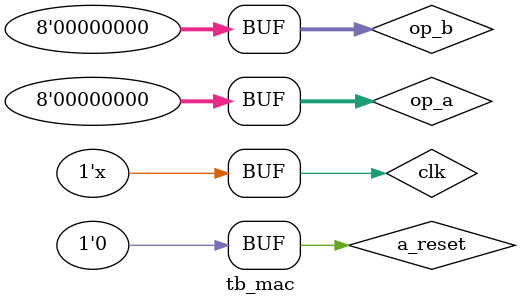
<source format=v>

`timescale 1ns / 1ns

module tb_mac;

//////////////////////////////////////////////////////////////////////////////////
// DUT
//////////////////////////////////////////////////////////////////////////////////

localparam DATA_WIDTH = 8;

// input
reg                    clk;
reg                    a_reset;
reg [DATA_WIDTH-1:0]   op_a;
reg [DATA_WIDTH-1:0]   op_b;
// output
wire [2*DATA_WIDTH-1:0] result;

mac #(.DATA_WIDTH(DATA_WIDTH)) dut(
    .clk        (clk),
    .a_reset    (a_reset),
    .op_a       (op_a),
    .op_b       (op_b),
    .result     (result)
);

always
    #5 clk = !clk;

//////////////////////////////////////////////////////////////////////////////////
// Test Bench
//////////////////////////////////////////////////////////////////////////////////
initial begin

    clk = 1'b0;
    
    a_reset = 1'b1; #10; // assert reset
    a_reset = 1'b0;
    
    op_a = 8'h0F; op_b = 8'h1A; #10; // load register A,B : 15 x 26 = 390 
    op_a = 8'h26; op_b = 8'h05; #10; // load register A,B : 38 x 5 = 190
    op_a = 8'h03; op_b = 8'h11; #10; // load register A,B : 3 x 17 = 51
    
    // result : 631 = 0x0277
    
    op_a = 8'h00; op_b = 8'h00;
    
end

endmodule

</source>
